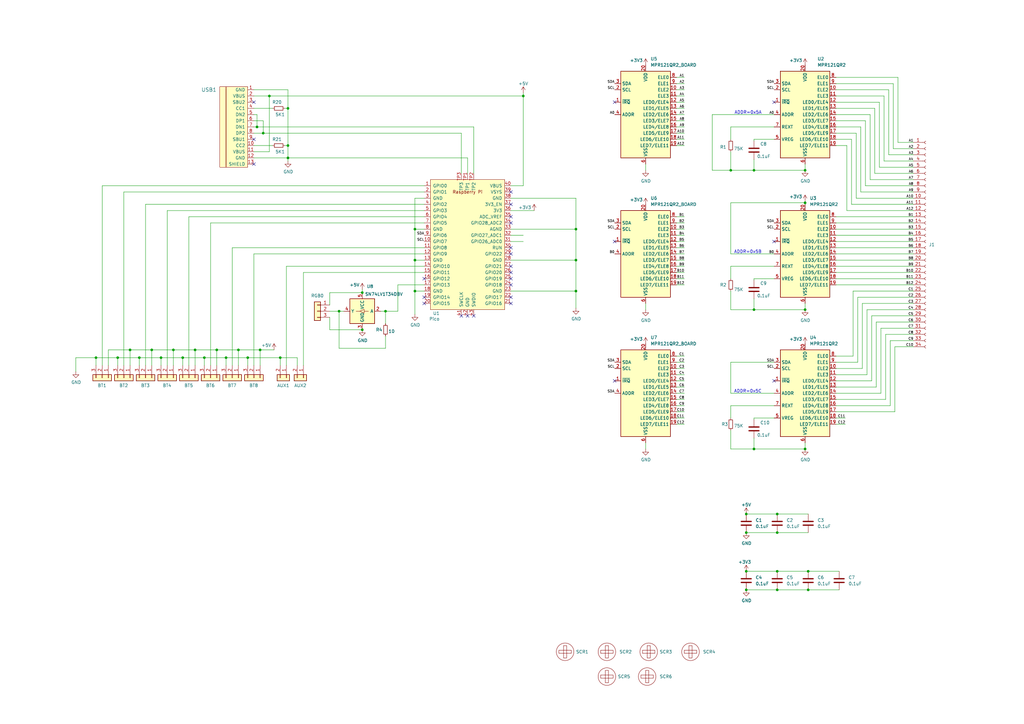
<source format=kicad_sch>
(kicad_sch (version 20211123) (generator eeschema)
  (paper "A3")
  (junction (at 330.2 184.15))
  (junction (at 107.95 54.61))
  (junction (at 214.63 39.37))
  (junction (at 309.245 184.15))
  (junction (at 88.9 143.51))
  (junction (at 306.07 234.315))
  (junction (at 80.01 143.51))
  (junction (at 299.72 69.85))
  (junction (at 309.245 69.85))
  (junction (at 331.47 234.315))
  (junction (at 62.23 143.51))
  (junction (at 306.07 241.935))
  (junction (at 66.04 146.685))
  (junction (at 92.71 146.685))
  (junction (at 318.77 218.44))
  (junction (at 306.07 210.82))
  (junction (at 53.34 143.51))
  (junction (at 331.47 241.935))
  (junction (at 48.26 146.685))
  (junction (at 39.37 146.685))
  (junction (at 74.93 146.685))
  (junction (at 170.18 119.38))
  (junction (at 110.49 39.37))
  (junction (at 306.07 218.44))
  (junction (at 330.2 69.85))
  (junction (at 118.11 64.77))
  (junction (at 139.065 127.635))
  (junction (at 318.77 234.315))
  (junction (at 158.115 127.635))
  (junction (at 97.79 143.51))
  (junction (at 148.59 120.015))
  (junction (at 318.77 210.82))
  (junction (at 309.245 127))
  (junction (at 106.68 143.51))
  (junction (at 118.11 59.69))
  (junction (at 170.18 106.68))
  (junction (at 118.11 44.45))
  (junction (at 330.2 83.185))
  (junction (at 71.12 143.51))
  (junction (at 318.77 241.935))
  (junction (at 57.15 146.685))
  (junction (at 170.18 93.98))
  (junction (at 330.2 127))
  (junction (at 148.59 135.255))
  (junction (at 83.82 146.685))
  (junction (at 236.22 106.68))
  (junction (at 236.22 93.98))
  (junction (at 105.41 52.07))
  (junction (at 101.6 146.685))
  (junction (at 114.935 146.685))
  (junction (at 236.22 119.38))
  (no_connect (at 191.77 129.54))
  (no_connect (at 317.5 41.91))
  (no_connect (at 252.095 156.21))
  (no_connect (at 104.14 67.31))
  (no_connect (at 104.14 41.91))
  (no_connect (at 104.14 57.15))
  (no_connect (at 209.55 101.6))
  (no_connect (at 209.55 104.14))
  (no_connect (at 209.55 109.22))
  (no_connect (at 209.55 111.76))
  (no_connect (at 209.55 114.3))
  (no_connect (at 209.55 78.74))
  (no_connect (at 209.55 83.82))
  (no_connect (at 209.55 88.9))
  (no_connect (at 173.99 121.92))
  (no_connect (at 189.23 129.54))
  (no_connect (at 209.55 91.44))
  (no_connect (at 173.99 124.46))
  (no_connect (at 209.55 116.84))
  (no_connect (at 252.095 41.91))
  (no_connect (at 317.5 156.21))
  (no_connect (at 173.99 114.3))
  (no_connect (at 252.095 99.06))
  (no_connect (at 194.31 129.54))
  (no_connect (at 209.55 121.92))
  (no_connect (at 317.5 99.06))
  (no_connect (at 209.55 124.46))
  (wire (pts (xy 83.82 146.685) (xy 74.93 146.685)))
  (wire (pts (xy 264.795 127) (xy 264.795 124.46)))
  (wire (pts (xy 374.65 124.46) (xy 353.695 124.46)))
  (wire (pts (xy 280.67 96.52) (xy 277.495 96.52)))
  (wire (pts (xy 330.2 69.85) (xy 330.2 67.31)))
  (wire (pts (xy 118.11 36.83) (xy 118.11 44.45)))
  (wire (pts (xy 364.49 36.83) (xy 364.49 63.5)))
  (wire (pts (xy 317.5 52.07) (xy 299.72 52.07)))
  (wire (pts (xy 209.55 86.36) (xy 219.075 86.36)))
  (wire (pts (xy 170.18 81.28) (xy 170.18 93.98)))
  (wire (pts (xy 317.5 161.29) (xy 299.72 161.29)))
  (wire (pts (xy 173.99 116.84) (xy 163.195 116.84)))
  (wire (pts (xy 309.245 184.15) (xy 330.2 184.15)))
  (wire (pts (xy 117.475 109.22) (xy 173.99 109.22)))
  (wire (pts (xy 44.45 149.86) (xy 44.45 143.51)))
  (wire (pts (xy 342.9 44.45) (xy 358.775 44.45)))
  (wire (pts (xy 309.245 122.555) (xy 309.245 127)))
  (wire (pts (xy 299.72 148.59) (xy 317.5 148.59)))
  (wire (pts (xy 351.155 81.28) (xy 374.65 81.28)))
  (wire (pts (xy 280.67 163.83) (xy 277.495 163.83)))
  (wire (pts (xy 39.37 146.685) (xy 39.37 149.86)))
  (wire (pts (xy 139.065 142.875) (xy 139.065 127.635)))
  (wire (pts (xy 374.65 137.16) (xy 363.22 137.16)))
  (wire (pts (xy 209.55 119.38) (xy 236.22 119.38)))
  (wire (pts (xy 374.65 142.24) (xy 367.03 142.24)))
  (wire (pts (xy 280.67 116.84) (xy 277.495 116.84)))
  (wire (pts (xy 62.23 143.51) (xy 71.12 143.51)))
  (wire (pts (xy 299.72 69.85) (xy 309.245 69.85)))
  (wire (pts (xy 342.9 34.29) (xy 366.395 34.29)))
  (wire (pts (xy 342.9 49.53) (xy 354.965 49.53)))
  (wire (pts (xy 280.67 36.83) (xy 277.495 36.83)))
  (wire (pts (xy 86.36 91.44) (xy 173.99 91.44)))
  (wire (pts (xy 342.9 114.3) (xy 374.65 114.3)))
  (wire (pts (xy 351.79 121.92) (xy 351.79 148.59)))
  (wire (pts (xy 104.14 52.07) (xy 105.41 52.07)))
  (wire (pts (xy 280.67 46.99) (xy 277.495 46.99)))
  (wire (pts (xy 342.9 39.37) (xy 362.585 39.37)))
  (wire (pts (xy 374.65 119.38) (xy 349.885 119.38)))
  (wire (pts (xy 309.245 114.3) (xy 309.245 114.935)))
  (wire (pts (xy 110.49 62.23) (xy 110.49 39.37)))
  (wire (pts (xy 114.935 146.685) (xy 121.92 146.685)))
  (wire (pts (xy 299.72 109.22) (xy 299.72 114.3)))
  (wire (pts (xy 236.22 81.28) (xy 236.22 93.98)))
  (wire (pts (xy 342.9 91.44) (xy 374.65 91.44)))
  (wire (pts (xy 264.795 184.15) (xy 264.795 181.61)))
  (wire (pts (xy 280.67 44.45) (xy 277.495 44.45)))
  (wire (pts (xy 135.255 135.255) (xy 148.59 135.255)))
  (wire (pts (xy 361.315 134.62) (xy 361.315 161.29)))
  (wire (pts (xy 342.9 96.52) (xy 374.65 96.52)))
  (wire (pts (xy 342.9 57.15) (xy 349.25 57.15)))
  (wire (pts (xy 280.67 31.75) (xy 277.495 31.75)))
  (wire (pts (xy 353.695 124.46) (xy 353.695 151.13)))
  (wire (pts (xy 317.5 46.99) (xy 292.1 46.99)))
  (wire (pts (xy 71.12 143.51) (xy 71.12 149.86)))
  (wire (pts (xy 349.885 146.05) (xy 342.9 146.05)))
  (wire (pts (xy 342.9 46.99) (xy 356.87 46.99)))
  (wire (pts (xy 342.9 99.06) (xy 374.65 99.06)))
  (wire (pts (xy 309.245 65.405) (xy 309.245 69.85)))
  (wire (pts (xy 135.255 125.095) (xy 135.255 120.015)))
  (wire (pts (xy 139.065 127.635) (xy 140.97 127.635)))
  (wire (pts (xy 363.22 163.83) (xy 342.9 163.83)))
  (wire (pts (xy 366.395 60.96) (xy 374.65 60.96)))
  (wire (pts (xy 342.9 31.75) (xy 368.3 31.75)))
  (wire (pts (xy 342.9 104.14) (xy 374.65 104.14)))
  (wire (pts (xy 264.795 69.85) (xy 264.795 67.31)))
  (wire (pts (xy 330.2 184.15) (xy 330.2 181.61)))
  (wire (pts (xy 57.15 146.685) (xy 57.15 149.86)))
  (wire (pts (xy 189.23 54.61) (xy 107.95 54.61)))
  (wire (pts (xy 68.58 149.86) (xy 68.58 86.36)))
  (wire (pts (xy 280.67 158.75) (xy 277.495 158.75)))
  (wire (pts (xy 163.195 116.84) (xy 163.195 127.635)))
  (wire (pts (xy 342.9 36.83) (xy 364.49 36.83)))
  (wire (pts (xy 342.9 52.07) (xy 353.06 52.07)))
  (wire (pts (xy 357.505 156.21) (xy 342.9 156.21)))
  (wire (pts (xy 309.245 127) (xy 330.2 127)))
  (wire (pts (xy 365.125 139.7) (xy 365.125 166.37)))
  (wire (pts (xy 280.67 151.13) (xy 277.495 151.13)))
  (wire (pts (xy 280.67 173.99) (xy 277.495 173.99)))
  (wire (pts (xy 124.46 111.76) (xy 124.46 149.86)))
  (wire (pts (xy 361.315 161.29) (xy 342.9 161.29)))
  (wire (pts (xy 66.04 146.685) (xy 66.04 149.86)))
  (wire (pts (xy 317.5 109.22) (xy 299.72 109.22)))
  (wire (pts (xy 209.55 99.06) (xy 214.63 99.06)))
  (wire (pts (xy 367.03 168.91) (xy 342.9 168.91)))
  (wire (pts (xy 299.72 176.53) (xy 299.72 184.15)))
  (wire (pts (xy 170.18 93.98) (xy 170.18 106.68)))
  (wire (pts (xy 318.77 234.315) (xy 331.47 234.315)))
  (wire (pts (xy 236.22 119.38) (xy 236.22 126.365)))
  (wire (pts (xy 50.8 78.74) (xy 173.99 78.74)))
  (wire (pts (xy 346.71 171.45) (xy 342.9 171.45)))
  (wire (pts (xy 349.885 119.38) (xy 349.885 146.05)))
  (wire (pts (xy 280.67 39.37) (xy 277.495 39.37)))
  (wire (pts (xy 349.25 57.15) (xy 349.25 83.82)))
  (wire (pts (xy 135.255 130.175) (xy 135.255 135.255)))
  (wire (pts (xy 95.25 149.86) (xy 95.25 101.6)))
  (wire (pts (xy 209.55 96.52) (xy 214.63 96.52)))
  (wire (pts (xy 353.06 52.07) (xy 353.06 78.74)))
  (wire (pts (xy 353.06 78.74) (xy 374.65 78.74)))
  (wire (pts (xy 374.65 139.7) (xy 365.125 139.7)))
  (wire (pts (xy 355.6 153.67) (xy 342.9 153.67)))
  (wire (pts (xy 374.65 134.62) (xy 361.315 134.62)))
  (wire (pts (xy 356.87 46.99) (xy 356.87 73.66)))
  (wire (pts (xy 318.77 210.82) (xy 331.47 210.82)))
  (wire (pts (xy 59.69 149.86) (xy 59.69 83.82)))
  (wire (pts (xy 342.9 54.61) (xy 351.155 54.61)))
  (wire (pts (xy 135.255 120.015) (xy 148.59 120.015)))
  (wire (pts (xy 114.935 146.685) (xy 114.935 149.86)))
  (wire (pts (xy 299.72 52.07) (xy 299.72 57.15)))
  (wire (pts (xy 280.67 168.91) (xy 277.495 168.91)))
  (wire (pts (xy 374.65 127) (xy 355.6 127)))
  (wire (pts (xy 105.41 46.99) (xy 105.41 52.07)))
  (wire (pts (xy 280.67 54.61) (xy 277.495 54.61)))
  (wire (pts (xy 62.23 143.51) (xy 62.23 149.86)))
  (wire (pts (xy 74.93 146.685) (xy 74.93 149.86)))
  (wire (pts (xy 53.34 143.51) (xy 53.34 149.86)))
  (wire (pts (xy 83.82 146.685) (xy 83.82 149.86)))
  (wire (pts (xy 194.31 52.07) (xy 105.41 52.07)))
  (wire (pts (xy 163.195 127.635) (xy 158.115 127.635)))
  (wire (pts (xy 280.67 52.07) (xy 277.495 52.07)))
  (wire (pts (xy 359.41 132.08) (xy 359.41 158.75)))
  (wire (pts (xy 135.255 127.635) (xy 139.065 127.635)))
  (wire (pts (xy 280.67 88.9) (xy 277.495 88.9)))
  (wire (pts (xy 280.67 161.29) (xy 277.495 161.29)))
  (wire (pts (xy 280.67 91.44) (xy 277.495 91.44)))
  (wire (pts (xy 77.47 149.86) (xy 77.47 88.9)))
  (wire (pts (xy 357.505 129.54) (xy 357.505 156.21)))
  (wire (pts (xy 331.47 241.935) (xy 344.17 241.935)))
  (wire (pts (xy 280.67 114.3) (xy 277.495 114.3)))
  (wire (pts (xy 299.72 104.14) (xy 299.72 83.185)))
  (wire (pts (xy 317.5 57.15) (xy 309.245 57.15)))
  (wire (pts (xy 299.72 166.37) (xy 299.72 171.45)))
  (wire (pts (xy 104.14 64.77) (xy 118.11 64.77)))
  (wire (pts (xy 107.95 49.53) (xy 107.95 54.61)))
  (wire (pts (xy 50.8 149.86) (xy 50.8 78.74)))
  (wire (pts (xy 363.22 137.16) (xy 363.22 163.83)))
  (wire (pts (xy 354.965 49.53) (xy 354.965 76.2)))
  (wire (pts (xy 280.67 171.45) (xy 277.495 171.45)))
  (wire (pts (xy 53.34 143.51) (xy 62.23 143.51)))
  (wire (pts (xy 351.155 54.61) (xy 351.155 81.28)))
  (wire (pts (xy 299.72 184.15) (xy 309.245 184.15)))
  (wire (pts (xy 80.01 143.51) (xy 88.9 143.51)))
  (wire (pts (xy 121.92 146.685) (xy 121.92 149.86)))
  (wire (pts (xy 194.31 71.12) (xy 194.31 52.07)))
  (wire (pts (xy 106.68 143.51) (xy 112.395 143.51)))
  (wire (pts (xy 158.115 127.635) (xy 158.115 132.715)))
  (wire (pts (xy 92.71 146.685) (xy 92.71 149.86)))
  (wire (pts (xy 342.9 59.69) (xy 347.345 59.69)))
  (wire (pts (xy 342.9 106.68) (xy 374.65 106.68)))
  (wire (pts (xy 101.6 146.685) (xy 92.71 146.685)))
  (wire (pts (xy 191.77 71.12) (xy 191.77 64.77)))
  (wire (pts (xy 299.72 161.29) (xy 299.72 148.59)))
  (wire (pts (xy 77.47 88.9) (xy 173.99 88.9)))
  (wire (pts (xy 158.115 142.875) (xy 139.065 142.875)))
  (wire (pts (xy 101.6 149.86) (xy 101.6 146.685)))
  (wire (pts (xy 59.69 83.82) (xy 173.99 83.82)))
  (wire (pts (xy 48.26 146.685) (xy 48.26 149.86)))
  (wire (pts (xy 362.585 39.37) (xy 362.585 66.04)))
  (wire (pts (xy 106.68 143.51) (xy 106.68 149.86)))
  (wire (pts (xy 306.07 218.44) (xy 318.77 218.44)))
  (wire (pts (xy 280.67 99.06) (xy 277.495 99.06)))
  (wire (pts (xy 299.72 127) (xy 309.245 127)))
  (wire (pts (xy 347.345 59.69) (xy 347.345 86.36)))
  (wire (pts (xy 359.41 158.75) (xy 342.9 158.75)))
  (wire (pts (xy 299.72 62.23) (xy 299.72 69.85)))
  (wire (pts (xy 309.245 69.85) (xy 330.2 69.85)))
  (wire (pts (xy 104.14 62.23) (xy 110.49 62.23)))
  (wire (pts (xy 104.14 104.14) (xy 173.99 104.14)))
  (wire (pts (xy 92.71 146.685) (xy 83.82 146.685)))
  (wire (pts (xy 110.49 39.37) (xy 214.63 39.37)))
  (wire (pts (xy 173.99 111.76) (xy 124.46 111.76)))
  (wire (pts (xy 342.9 93.98) (xy 374.65 93.98)))
  (wire (pts (xy 330.2 82.55) (xy 330.2 83.185)))
  (wire (pts (xy 104.14 54.61) (xy 107.95 54.61)))
  (wire (pts (xy 330.2 83.185) (xy 330.2 83.82)))
  (wire (pts (xy 317.5 166.37) (xy 299.72 166.37)))
  (wire (pts (xy 280.67 104.14) (xy 277.495 104.14)))
  (wire (pts (xy 299.72 119.38) (xy 299.72 127)))
  (wire (pts (xy 68.58 86.36) (xy 173.99 86.36)))
  (wire (pts (xy 356.87 73.66) (xy 374.65 73.66)))
  (wire (pts (xy 104.14 59.69) (xy 111.76 59.69)))
  (wire (pts (xy 309.245 171.45) (xy 309.245 172.085)))
  (wire (pts (xy 342.9 88.9) (xy 374.65 88.9)))
  (wire (pts (xy 346.71 173.99) (xy 342.9 173.99)))
  (wire (pts (xy 189.23 71.12) (xy 189.23 54.61)))
  (wire (pts (xy 170.18 106.68) (xy 170.18 119.38)))
  (wire (pts (xy 280.67 57.15) (xy 277.495 57.15)))
  (wire (pts (xy 318.77 218.44) (xy 331.47 218.44)))
  (wire (pts (xy 280.67 101.6) (xy 277.495 101.6)))
  (wire (pts (xy 104.14 44.45) (xy 111.76 44.45)))
  (wire (pts (xy 342.9 101.6) (xy 374.65 101.6)))
  (wire (pts (xy 292.1 46.99) (xy 292.1 69.85)))
  (wire (pts (xy 342.9 41.91) (xy 360.68 41.91)))
  (wire (pts (xy 74.93 146.685) (xy 66.04 146.685)))
  (wire (pts (xy 364.49 63.5) (xy 374.65 63.5)))
  (wire (pts (xy 118.11 59.69) (xy 116.84 59.69)))
  (wire (pts (xy 191.77 64.77) (xy 118.11 64.77)))
  (wire (pts (xy 362.585 66.04) (xy 374.65 66.04)))
  (wire (pts (xy 374.65 121.92) (xy 351.79 121.92)))
  (wire (pts (xy 31.115 146.685) (xy 39.37 146.685)))
  (wire (pts (xy 349.25 83.82) (xy 374.65 83.82)))
  (wire (pts (xy 358.775 71.12) (xy 374.65 71.12)))
  (wire (pts (xy 104.14 36.83) (xy 118.11 36.83)))
  (wire (pts (xy 309.245 179.705) (xy 309.245 184.15)))
  (wire (pts (xy 104.14 39.37) (xy 110.49 39.37)))
  (wire (pts (xy 331.47 234.315) (xy 344.17 234.315)))
  (wire (pts (xy 44.45 143.51) (xy 53.34 143.51)))
  (wire (pts (xy 317.5 104.14) (xy 299.72 104.14)))
  (wire (pts (xy 366.395 34.29) (xy 366.395 60.96)))
  (wire (pts (xy 360.68 41.91) (xy 360.68 68.58)))
  (wire (pts (xy 173.99 81.28) (xy 170.18 81.28)))
  (wire (pts (xy 170.18 119.38) (xy 173.99 119.38)))
  (wire (pts (xy 358.775 44.45) (xy 358.775 71.12)))
  (wire (pts (xy 236.22 106.68) (xy 236.22 119.38)))
  (wire (pts (xy 354.965 76.2) (xy 374.65 76.2)))
  (wire (pts (xy 280.67 156.21) (xy 277.495 156.21)))
  (wire (pts (xy 158.115 137.795) (xy 158.115 142.875)))
  (wire (pts (xy 360.68 68.58) (xy 374.65 68.58)))
  (wire (pts (xy 353.695 151.13) (xy 342.9 151.13)))
  (wire (pts (xy 280.67 146.05) (xy 277.495 146.05)))
  (wire (pts (xy 330.2 127) (xy 330.2 124.46)))
  (wire (pts (xy 104.14 149.86) (xy 104.14 104.14)))
  (wire (pts (xy 71.12 143.51) (xy 80.01 143.51)))
  (wire (pts (xy 209.55 81.28) (xy 236.22 81.28)))
  (wire (pts (xy 66.04 146.685) (xy 57.15 146.685)))
  (wire (pts (xy 31.115 152.4) (xy 31.115 146.685)))
  (wire (pts (xy 209.55 106.68) (xy 236.22 106.68)))
  (wire (pts (xy 97.79 143.51) (xy 97.79 149.86)))
  (wire (pts (xy 117.475 149.86) (xy 117.475 109.22)))
  (wire (pts (xy 342.9 109.22) (xy 374.65 109.22)))
  (wire (pts (xy 280.67 93.98) (xy 277.495 93.98)))
  (wire (pts (xy 57.15 146.685) (xy 48.26 146.685)))
  (wire (pts (xy 101.6 146.685) (xy 114.935 146.685)))
  (wire (pts (xy 148.59 118.745) (xy 148.59 120.015)))
  (wire (pts (xy 351.79 148.59) (xy 342.9 148.59)))
  (wire (pts (xy 118.11 44.45) (xy 118.11 59.69)))
  (wire (pts (xy 88.9 143.51) (xy 97.79 143.51)))
  (wire (pts (xy 374.65 132.08) (xy 359.41 132.08)))
  (wire (pts (xy 236.22 93.98) (xy 236.22 106.68)))
  (wire (pts (xy 118.11 64.77) (xy 118.11 66.04)))
  (wire (pts (xy 318.77 241.935) (xy 331.47 241.935)))
  (wire (pts (xy 306.07 241.935) (xy 318.77 241.935)))
  (wire (pts (xy 48.26 146.685) (xy 39.37 146.685)))
  (wire (pts (xy 317.5 114.3) (xy 309.245 114.3)))
  (wire (pts (xy 280.67 34.29) (xy 277.495 34.29)))
  (wire (pts (xy 280.67 41.91) (xy 277.495 41.91)))
  (wire (pts (xy 280.67 106.68) (xy 277.495 106.68)))
  (wire (pts (xy 209.55 93.98) (xy 236.22 93.98)))
  (wire (pts (xy 365.125 166.37) (xy 342.9 166.37)))
  (wire (pts (xy 280.67 111.76) (xy 277.495 111.76)))
  (wire (pts (xy 280.67 166.37) (xy 277.495 166.37)))
  (wire (pts (xy 367.03 142.24) (xy 367.03 168.91)))
  (wire (pts (xy 80.01 143.51) (xy 80.01 149.86)))
  (wire (pts (xy 97.79 143.51) (xy 106.68 143.51)))
  (wire (pts (xy 214.63 39.37) (xy 214.63 38.1)))
  (wire (pts (xy 317.5 171.45) (xy 309.245 171.45)))
  (wire (pts (xy 88.9 143.51) (xy 88.9 149.86)))
  (wire (pts (xy 368.3 31.75) (xy 368.3 58.42)))
  (wire (pts (xy 299.72 83.185) (xy 330.2 83.185)))
  (wire (pts (xy 104.14 49.53) (xy 107.95 49.53)))
  (wire (pts (xy 118.11 59.69) (xy 118.11 64.77)))
  (wire (pts (xy 368.3 58.42) (xy 374.65 58.42)))
  (wire (pts (xy 95.25 101.6) (xy 173.99 101.6)))
  (wire (pts (xy 306.07 210.82) (xy 318.77 210.82)))
  (wire (pts (xy 104.14 46.99) (xy 105.41 46.99)))
  (wire (pts (xy 170.18 93.98) (xy 173.99 93.98)))
  (wire (pts (xy 309.245 57.15) (xy 309.245 57.785)))
  (wire (pts (xy 118.11 44.45) (xy 116.84 44.45)))
  (wire (pts (xy 209.55 76.2) (xy 214.63 76.2)))
  (wire (pts (xy 158.115 127.635) (xy 156.21 127.635)))
  (wire (pts (xy 86.36 149.86) (xy 86.36 91.44)))
  (wire (pts (xy 342.9 111.76) (xy 374.65 111.76)))
  (wire (pts (xy 347.345 86.36) (xy 374.65 86.36)))
  (wire (pts (xy 41.91 76.2) (xy 173.99 76.2)))
  (wire (pts (xy 280.67 49.53) (xy 277.495 49.53)))
  (wire (pts (xy 214.63 39.37) (xy 214.63 76.2)))
  (wire (pts (xy 170.18 119.38) (xy 170.18 128.905)))
  (wire (pts (xy 170.18 106.68) (xy 173.99 106.68)))
  (wire (pts (xy 306.07 234.315) (xy 318.77 234.315)))
  (wire (pts (xy 41.91 149.86) (xy 41.91 76.2)))
  (wire (pts (xy 355.6 127) (xy 355.6 153.67)))
  (wire (pts (xy 280.67 153.67) (xy 277.495 153.67)))
  (wire (pts (xy 342.9 116.84) (xy 374.65 116.84)))
  (wire (pts (xy 280.67 148.59) (xy 277.495 148.59)))
  (wire (pts (xy 292.1 69.85) (xy 299.72 69.85)))
  (wire (pts (xy 280.67 109.22) (xy 277.495 109.22)))
  (wire (pts (xy 280.67 59.69) (xy 277.495 59.69)))
  (wire (pts (xy 374.65 129.54) (xy 357.505 129.54)))
  (text "ADDR=0x5B" (at 312.42 104.14 180) (effects (font (size 1.27 1.27)) (justify right bottom)))
  (text "ADDR=0x5C" (at 312.42 161.29 180) (effects (font (size 1.27 1.27)) (justify right bottom)))
  (text "ADDR=0x5A" (at 312.42 46.99 180) (effects (font (size 1.27 1.27)) (justify right bottom)))
  (label "C10" (at 374.65 142.24 180) (effects (font (size 1 1))))
  (label "A12" (at 280.67 59.69 180) (effects (font (size 1 1))))
  (label "C7" (at 280.67 161.29 180) (effects (font (size 1 1))))
  (label "A8" (at 280.67 49.53 180) (effects (font (size 1 1))))
  (label "B5" (at 374.65 99.06 180) (effects (font (size 1 1))))
  (label "B1" (at 374.65 88.9 180) (effects (font (size 1 1))))
  (label "A1" (at 280.67 31.75 180) (effects (font (size 1 1))))
  (label "B11" (at 374.65 114.3 180) (effects (font (size 1 1))))
  (label "A10" (at 280.67 54.61 180) (effects (font (size 1 1))))
  (label "SCL" (at 317.5 36.83 180) (effects (font (size 1 1))))
  (label "A11" (at 280.67 57.15 180) (effects (font (size 1 1))))
  (label "C4" (at 280.67 153.67 180) (effects (font (size 1 1))))
  (label "C7" (at 374.65 134.62 180) (effects (font (size 1 1))))
  (label "SCL" (at 252.095 151.13 180) (effects (font (size 1 1))))
  (label "B2" (at 374.65 91.44 180) (effects (font (size 1 1))))
  (label "B11" (at 280.67 114.3 180) (effects (font (size 1 1))))
  (label "SCL" (at 317.5 151.13 180) (effects (font (size 1 1))))
  (label "A12" (at 374.65 86.36 180) (effects (font (size 1 1))))
  (label "B10" (at 374.65 111.76 180) (effects (font (size 1 1))))
  (label "B5" (at 280.67 99.06 180) (effects (font (size 1 1))))
  (label "B6" (at 374.65 101.6 180) (effects (font (size 1 1))))
  (label "SDA" (at 317.5 91.44 180) (effects (font (size 1 1))))
  (label "C8" (at 374.65 137.16 180) (effects (font (size 1 1))))
  (label "C2" (at 280.67 148.59 180) (effects (font (size 1 1))))
  (label "C6" (at 374.65 132.08 180) (effects (font (size 1 1))))
  (label "C3" (at 374.65 124.46 180) (effects (font (size 1 1))))
  (label "A2" (at 374.65 60.96 180) (effects (font (size 1 1))))
  (label "A4" (at 374.65 66.04 180) (effects (font (size 1 1))))
  (label "SDA" (at 252.095 161.29 180) (effects (font (size 1 1))))
  (label "C9" (at 280.67 166.37 180) (effects (font (size 1 1))))
  (label "A9" (at 280.67 52.07 180) (effects (font (size 1 1))))
  (label "B8" (at 374.65 106.68 180) (effects (font (size 1 1))))
  (label "B9" (at 374.65 109.22 180) (effects (font (size 1 1))))
  (label "SDA" (at 173.99 96.52 180) (effects (font (size 1 1))))
  (label "C5" (at 280.67 156.21 180) (effects (font (size 1 1))))
  (label "C9" (at 374.65 139.7 180) (effects (font (size 1 1))))
  (label "B0" (at 317.5 104.14 180) (effects (font (size 1 1))))
  (label "C8" (at 280.67 163.83 180) (effects (font (size 1 1))))
  (label "A1" (at 374.65 58.42 180) (effects (font (size 1 1))))
  (label "SCL" (at 252.095 36.83 180) (effects (font (size 1 1))))
  (label "C12" (at 280.67 173.99 180) (effects (font (size 1 1))))
  (label "B4" (at 280.67 96.52 180) (effects (font (size 1 1))))
  (label "B8" (at 280.67 106.68 180) (effects (font (size 1 1))))
  (label "A3" (at 280.67 36.83 180) (effects (font (size 1 1))))
  (label "SDA" (at 252.095 148.59 180) (effects (font (size 1 1))))
  (label "A0" (at 317.5 46.99 180) (effects (font (size 1 1))))
  (label "C10" (at 280.67 168.91 180) (effects (font (size 1 1))))
  (label "C2" (at 374.65 121.92 180) (effects (font (size 1 1))))
  (label "SDA" (at 252.095 91.44 180) (effects (font (size 1 1))))
  (label "C5" (at 374.65 129.54 180) (effects (font (size 1 1))))
  (label "A0" (at 252.095 46.99 180) (effects (font (size 1 1))))
  (label "C1" (at 280.67 146.05 180) (effects (font (size 1 1))))
  (label "A6" (at 374.65 71.12 180) (effects (font (size 1 1))))
  (label "SCL" (at 317.5 93.98 180) (effects (font (size 1 1))))
  (label "SCL" (at 173.99 99.06 180) (effects (font (size 1 1))))
  (label "C6" (at 280.67 158.75 180) (effects (font (size 1 1))))
  (label "A3" (at 374.65 63.5 180) (effects (font (size 1 1))))
  (label "B3" (at 280.67 93.98 180) (effects (font (size 1 1))))
  (label "B1" (at 280.67 88.9 180) (effects (font (size 1 1))))
  (label "SDA" (at 317.5 34.29 180) (effects (font (size 1 1))))
  (label "A8" (at 374.65 76.2 180) (effects (font (size 1 1))))
  (label "B6" (at 280.67 101.6 180) (effects (font (size 1 1))))
  (label "C12" (at 346.71 173.99 180) (effects (font (size 1 1))))
  (label "B4" (at 374.65 96.52 180) (effects (font (size 1 1))))
  (label "C4" (at 374.65 127 180) (effects (font (size 1 1))))
  (label "A11" (at 374.65 83.82 180) (effects (font (size 1 1))))
  (label "B3" (at 374.65 93.98 180) (effects (font (size 1 1))))
  (label "B12" (at 374.65 116.84 180) (effects (font (size 1 1))))
  (label "SCL" (at 252.095 93.98 180) (effects (font (size 1 1))))
  (label "A2" (at 280.67 34.29 180) (effects (font (size 1 1))))
  (label "B0" (at 252.095 104.14 180) (effects (font (size 1 1))))
  (label "B2" (at 280.67 91.44 180) (effects (font (size 1 1))))
  (label "A5" (at 374.65 68.58 180) (effects (font (size 1 1))))
  (label "A6" (at 280.67 44.45 180) (effects (font (size 1 1))))
  (label "SDA" (at 252.095 34.29 180) (effects (font (size 1 1))))
  (label "C11" (at 280.67 171.45 180) (effects (font (size 1 1))))
  (label "C3" (at 280.67 151.13 180) (effects (font (size 1 1))))
  (label "A7" (at 374.65 73.66 180) (effects (font (size 1 1))))
  (label "SDA" (at 317.5 148.59 180) (effects (font (size 1 1))))
  (label "C11" (at 346.71 171.45 180) (effects (font (size 1 1))))
  (label "A10" (at 374.65 81.28 180) (effects (font (size 1 1))))
  (label "A7" (at 280.67 46.99 180) (effects (font (size 1 1))))
  (label "B12" (at 280.67 116.84 180) (effects (font (size 1 1))))
  (label "B9" (at 280.67 109.22 180) (effects (font (size 1 1))))
  (label "A4" (at 280.67 39.37 180) (effects (font (size 1 1))))
  (label "B10" (at 280.67 111.76 180) (effects (font (size 1 1))))
  (label "A9" (at 374.65 78.74 180) (effects (font (size 1 1))))
  (label "C1" (at 374.65 119.38 180) (effects (font (size 1 1))))
  (label "B7" (at 374.65 104.14 180) (effects (font (size 1 1))))
  (label "A5" (at 280.67 41.91 180) (effects (font (size 1 1))))
  (label "B7" (at 280.67 104.14 180) (effects (font (size 1 1))))
  (symbol (lib_id "MCU_RaspberryPi_and_Boards:Pico") (at 191.77 100.33 0) (unit 1)
    (property "Reference" "U1" (at 180.34 128.4986 0) (effects (justify right)))
    (property "Value" "Pico" (at 180.34 130.81 0) (effects (justify right)))
    (property "Footprint" "mai_io:RPi_Pico_SMD_Pins" (effects hide))
  )
  (symbol (lib_id "Type-C:HRO-TYPE-C-31-M-12") (at 101.6 50.8 0) (unit 1)
    (property "Reference" "USB1" (at 82.55 36.83 0) (effects (font (size 1.524 1.524)) (justify left)))
    (property "Value" "U262-161N-4BVC11" (effects hide))
    (property "Footprint" "Type-C:HRO-TYPE-C-31-M-12-Assembly" (effects hide))
    (property "LCSC" "C319148" (effects hide))
  )
  (symbol (lib_id "power:GND") (at 118.11 66.04 0) (unit 1)
    (property "Reference" "#PWR0112" (effects hide))
    (property "Value" "GND" (at 118.237 70.4342 0))
  )
  (symbol (lib_id "power:+5V") (at 214.63 38.1 0) (unit 1)
    (property "Reference" "#PWR0114" (effects hide))
    (property "Value" "+5V" (at 214.63 34.29 0))
  )
  (symbol (lib_id "Device:R_Small") (at 114.3 59.69 90) (unit 1)
    (property "Reference" "R21" (at 115.57 57.15 90) (effects (justify left)))
    (property "Value" "5K1" (at 116.84 62.23 90) (effects (justify left)))
    (property "Footprint" "Resistor_SMD:R_0603_1608Metric" (effects hide))
    (property "LCSC" "C23186" (effects hide))
  )
  (symbol (lib_id "Device:R_Small") (at 114.3 44.45 90) (unit 1)
    (property "Reference" "R20" (at 115.57 41.91 90) (effects (justify left)))
    (property "Value" "5K1" (at 116.84 46.99 90) (effects (justify left)))
    (property "Footprint" "Resistor_SMD:R_0603_1608Metric" (effects hide))
    (property "LCSC" "C23186" (effects hide))
  )
  (symbol (lib_id "Connector_Generic:Conn_01x03") (at 59.69 154.94 270) (unit 1)
    (property "Reference" "BT3" (at 57.785 158.115 90) (effects (justify left)))
    (property "Value" "Conn_01x03" (effects hide))
    (property "Footprint" "Connector_JST:JST_EH_B3B-EH-A_1x03_P2.50mm_Vertical" (effects hide))
  )
  (symbol (lib_id "power:+3V3") (at 330.2 140.97 0) (unit 1)
    (property "Reference" "#PWR0101" (effects hide))
    (property "Value" "+3V3" (at 326.39 139.065 0))
  )
  (symbol (lib_id "iidx_teeny:ScrewHole") (at 248.92 277.495 0) (unit 1)
    (property "Reference" "SCR5" (at 253.365 277.4949 0) (effects (justify left)))
    (property "Value" "ScrewHole" (effects hide))
    (property "Footprint" "mai_io:MountingHole_3.2mm_M3" (effects hide))
  )
  (symbol (lib_id "Device:R_Small") (at 299.72 116.84 0) (unit 1)
    (property "Reference" "R2" (at 295.275 116.84 0) (effects (justify left)))
    (property "Value" "75K" (at 300.99 118.745 0) (effects (justify left)))
    (property "Footprint" "Resistor_SMD:R_0603_1608Metric" (effects hide))
    (property "LCSC" "C23186" (effects hide))
  )
  (symbol (lib_id "power:GND") (at 264.795 69.85 0) (unit 1)
    (property "Reference" "#PWR0122" (effects hide))
    (property "Value" "GND" (at 264.922 74.2442 0))
  )
  (symbol (lib_id "Device:C") (at 309.245 175.895 0) (unit 1)
    (property "Reference" "C10" (at 311.785 173.355 0) (effects (justify left)))
    (property "Value" "0.1uF" (at 310.515 178.435 0) (effects (justify left)))
    (property "Footprint" "Capacitor_SMD:C_0603_1608Metric_Pad1.08x0.95mm_HandSolder" (effects hide))
  )
  (symbol (lib_id "Device:C") (at 306.07 238.125 0) (unit 1)
    (property "Reference" "C4" (at 309.88 236.8549 0) (effects (justify left)))
    (property "Value" "0.1uF" (at 309.88 239.3949 0) (effects (justify left)))
    (property "Footprint" "Capacitor_SMD:C_0603_1608Metric_Pad1.08x0.95mm_HandSolder" (effects hide))
  )
  (symbol (lib_id "Device:C") (at 331.47 214.63 0) (unit 1)
    (property "Reference" "C3" (at 335.28 213.3599 0) (effects (justify left)))
    (property "Value" "0.1uF" (at 335.28 215.8999 0) (effects (justify left)))
    (property "Footprint" "Capacitor_SMD:C_0603_1608Metric_Pad1.08x0.95mm_HandSolder" (effects hide))
  )
  (symbol (lib_id "Device:C") (at 344.17 238.125 0) (unit 1)
    (property "Reference" "C7" (at 347.98 236.8549 0) (effects (justify left)))
    (property "Value" "0.1uF" (at 347.98 239.3949 0) (effects (justify left)))
    (property "Footprint" "Capacitor_SMD:C_0603_1608Metric_Pad1.08x0.95mm_HandSolder" (effects hide))
  )
  (symbol (lib_id "power:+3V3") (at 306.07 234.315 0) (unit 1)
    (property "Reference" "#PWR0105" (effects hide))
    (property "Value" "+3V3" (at 305.435 230.505 0))
  )
  (symbol (lib_id "power:GND") (at 306.07 241.935 0) (unit 1)
    (property "Reference" "#PWR0116" (effects hide))
    (property "Value" "GND" (at 306.197 246.3292 0))
  )
  (symbol (lib_id "Device:R_Small") (at 158.115 135.255 180) (unit 1)
    (property "Reference" "R4" (at 156.845 135.255 0) (effects (justify left)))
    (property "Value" "10" (at 161.925 135.89 0) (effects (justify left)))
    (property "Footprint" "Resistor_SMD:R_0603_1608Metric" (effects hide))
    (property "LCSC" "C23186" (effects hide))
  )
  (symbol (lib_id "power:GND") (at 330.2 127 0) (unit 1)
    (property "Reference" "#PWR0104" (effects hide))
    (property "Value" "GND" (at 330.327 131.3942 0))
  )
  (symbol (lib_id "power:GND") (at 170.18 128.905 0) (unit 1)
    (property "Reference" "#PWR0125" (effects hide))
    (property "Value" "GND" (at 170.307 133.2992 0))
  )
  (symbol (lib_id "power:GND") (at 236.22 126.365 0) (unit 1)
    (property "Reference" "#PWR0103" (effects hide))
    (property "Value" "GND" (at 236.347 130.7592 0))
  )
  (symbol (lib_id "power:+5V") (at 148.59 118.745 0) (unit 1)
    (property "Reference" "#PWR0117" (effects hide))
    (property "Value" "+5V" (at 145.415 116.84 0))
  )
  (symbol (lib_id "Connector_Generic:Conn_01x03") (at 41.91 154.94 270) (unit 1)
    (property "Reference" "BT1" (at 40.005 158.115 90) (effects (justify left)))
    (property "Value" "Conn_01x03" (effects hide))
    (property "Footprint" "Connector_JST:JST_EH_B3B-EH-A_1x03_P2.50mm_Vertical" (effects hide))
  )
  (symbol (lib_id "power:GND") (at 330.2 184.15 0) (unit 1)
    (property "Reference" "#PWR0108" (effects hide))
    (property "Value" "GND" (at 330.327 188.5442 0))
  )
  (symbol (lib_id "power:+3V3") (at 330.2 82.55 0) (unit 1)
    (property "Reference" "#PWR0110" (effects hide))
    (property "Value" "+3V3" (at 326.39 80.645 0))
  )
  (symbol (lib_id "Connector_Generic:Conn_01x03") (at 68.58 154.94 270) (unit 1)
    (property "Reference" "BT4" (at 66.675 158.115 90) (effects (justify left)))
    (property "Value" "Conn_01x03" (effects hide))
    (property "Footprint" "Connector_JST:JST_EH_B3B-EH-A_1x03_P2.50mm_Vertical" (effects hide))
  )
  (symbol (lib_id "Connector_Generic:Conn_01x03") (at 77.47 154.94 270) (unit 1)
    (property "Reference" "BT5" (at 75.565 158.115 90) (effects (justify left)))
    (property "Value" "Conn_01x03" (effects hide))
    (property "Footprint" "Connector_JST:JST_EH_B3B-EH-A_1x03_P2.50mm_Vertical" (effects hide))
  )
  (symbol (lib_id "Device:R_Small") (at 299.72 59.69 0) (unit 1)
    (property "Reference" "R1" (at 295.275 60.325 0) (effects (justify left)))
    (property "Value" "75K" (at 300.99 60.96 0) (effects (justify left)))
    (property "Footprint" "Resistor_SMD:R_0603_1608Metric" (effects hide))
    (property "LCSC" "C23186" (effects hide))
  )
  (symbol (lib_id "Sensor_Touch:MPR121QR2") (at 330.2 46.99 0) (unit 1)
    (property "Reference" "U2" (at 335.28 24.13 0) (effects (justify left)))
    (property "Value" "MPR121QR2" (at 335.28 26.67 0) (effects (justify left)))
    (property "Footprint" "Package_DFN_QFN:UQFN-20_3x3mm_P0.4mm" (effects hide))
    (property "Datasheet" "https://resurgentsemi.com/wp-content/uploads/2018/09/MPR121_rev5-Resurgent.pdf?d453f8&d453f8" (effects hide))
  )
  (symbol (lib_id "Device:C") (at 331.47 238.125 0) (unit 1)
    (property "Reference" "C6" (at 335.28 236.8549 0) (effects (justify left)))
    (property "Value" "0.1uF" (at 335.28 239.3949 0) (effects (justify left)))
    (property "Footprint" "Capacitor_SMD:C_0603_1608Metric_Pad1.08x0.95mm_HandSolder" (effects hide))
  )
  (symbol (lib_id "power:GND") (at 264.795 184.15 0) (unit 1)
    (property "Reference" "#PWR0119" (effects hide))
    (property "Value" "GND" (at 264.922 188.5442 0))
  )
  (symbol (lib_id "iidx_teeny:ScrewHole") (at 248.92 267.335 0) (unit 1)
    (property "Reference" "SCR2" (at 254 267.3349 0) (effects (justify left)))
    (property "Value" "ScrewHole" (effects hide))
    (property "Footprint" "mai_io:MountingHole_3.2mm_M3" (effects hide))
  )
  (symbol (lib_id "Device:R_Small") (at 299.72 173.99 0) (unit 1)
    (property "Reference" "R3" (at 295.91 173.99 0) (effects (justify left)))
    (property "Value" "75K" (at 300.99 174.625 0) (effects (justify left)))
    (property "Footprint" "Resistor_SMD:R_0603_1608Metric" (effects hide))
    (property "LCSC" "C23186" (effects hide))
  )
  (symbol (lib_id "power:GND") (at 148.59 135.255 0) (unit 1)
    (property "Reference" "#PWR0113" (effects hide))
    (property "Value" "GND" (at 148.717 139.6492 0))
  )
  (symbol (lib_id "Connector_Generic:Conn_01x02") (at 117.475 154.94 270) (unit 1)
    (property "Reference" "AUX1" (at 113.665 158.115 90) (effects (justify left)))
    (property "Value" "Conn_01x02" (effects hide))
    (property "Footprint" "Connector_JST:JST_EH_B2B-EH-A_1x02_P2.50mm_Vertical" (effects hide))
  )
  (symbol (lib_id "power:GND") (at 264.795 127 0) (unit 1)
    (property "Reference" "#PWR0120" (effects hide))
    (property "Value" "GND" (at 264.922 131.3942 0))
  )
  (symbol (lib_id "Device:C") (at 318.77 238.125 0) (unit 1)
    (property "Reference" "C5" (at 322.58 236.8549 0) (effects (justify left)))
    (property "Value" "0.1uF" (at 322.58 239.3949 0) (effects (justify left)))
    (property "Footprint" "Capacitor_SMD:C_0603_1608Metric_Pad1.08x0.95mm_HandSolder" (effects hide))
  )
  (symbol (lib_id "iidx_teeny:ScrewHole") (at 265.43 277.495 0) (unit 1)
    (property "Reference" "SCR6" (at 270.51 277.4949 0) (effects (justify left)))
    (property "Value" "ScrewHole" (effects hide))
    (property "Footprint" "mai_io:MountingHole_3.2mm_M3" (effects hide))
  )
  (symbol (lib_id "power:+3V3") (at 264.795 140.97 0) (unit 1)
    (property "Reference" "#PWR0121" (effects hide))
    (property "Value" "+3V3" (at 260.985 139.065 0))
  )
  (symbol (lib_id "mai_io:MPR121QR2_BOARD") (at 264.795 104.14 0) (unit 1)
    (property "Reference" "U6" (at 266.8144 81.28 0) (effects (justify left)))
    (property "Value" "MPR121QR2_BOARD" (at 266.8144 83.82 0) (effects (justify left)))
    (property "Footprint" "mai_io:MPR121_BOARD" (effects hide))
    (property "Datasheet" "https://resurgentsemi.com/wp-content/uploads/2018/09/MPR121_rev5-Resurgent.pdf?d453f8&d453f8" (effects hide))
  )
  (symbol (lib_id "mai_io:MPR121QR2_BOARD") (at 264.795 46.99 0) (unit 1)
    (property "Reference" "U5" (at 266.8144 24.13 0) (effects (justify left)))
    (property "Value" "MPR121QR2_BOARD" (at 266.8144 26.67 0) (effects (justify left)))
    (property "Footprint" "mai_io:MPR121_BOARD" (effects hide))
    (property "Datasheet" "https://resurgentsemi.com/wp-content/uploads/2018/09/MPR121_rev5-Resurgent.pdf?d453f8&d453f8" (effects hide))
  )
  (symbol (lib_id "Device:C") (at 309.245 61.595 0) (unit 1)
    (property "Reference" "C8" (at 311.785 59.055 0) (effects (justify left)))
    (property "Value" "0.1uF" (at 310.515 64.135 0) (effects (justify left)))
    (property "Footprint" "Capacitor_SMD:C_0603_1608Metric_Pad1.08x0.95mm_HandSolder" (effects hide))
  )
  (symbol (lib_id "Connector_Generic:Conn_01x03") (at 86.36 154.94 270) (unit 1)
    (property "Reference" "BT6" (at 84.455 158.115 90) (effects (justify left)))
    (property "Value" "Conn_01x03" (effects hide))
    (property "Footprint" "Connector_JST:JST_EH_B3B-EH-A_1x03_P2.50mm_Vertical" (effects hide))
  )
  (symbol (lib_id "Connector_Generic:Conn_01x03") (at 50.8 154.94 270) (unit 1)
    (property "Reference" "BT2" (at 48.895 158.115 90) (effects (justify left)))
    (property "Value" "Conn_01x03" (effects hide))
    (property "Footprint" "Connector_JST:JST_EH_B3B-EH-A_1x03_P2.50mm_Vertical" (effects hide))
  )
  (symbol (lib_id "Device:C") (at 306.07 214.63 0) (unit 1)
    (property "Reference" "C1" (at 309.88 213.3599 0) (effects (justify left)))
    (property "Value" "0.1uF" (at 309.88 215.8999 0) (effects (justify left)))
    (property "Footprint" "Capacitor_SMD:C_0603_1608Metric_Pad1.08x0.95mm_HandSolder" (effects hide))
  )
  (symbol (lib_id "power:+5V") (at 306.07 210.82 0) (unit 1)
    (property "Reference" "#PWR0107" (effects hide))
    (property "Value" "+5V" (at 306.07 207.01 0))
  )
  (symbol (lib_id "power:+5V") (at 112.395 143.51 0) (unit 1)
    (property "Reference" "#PWR0115" (effects hide))
    (property "Value" "+5V" (at 109.22 141.605 0))
  )
  (symbol (lib_id "Connector_Generic:Conn_01x02") (at 124.46 154.94 270) (unit 1)
    (property "Reference" "AUX2" (at 120.65 158.115 90) (effects (justify left)))
    (property "Value" "Conn_01x02" (effects hide))
    (property "Footprint" "Connector_JST:JST_EH_B2B-EH-A_1x02_P2.50mm_Vertical" (effects hide))
  )
  (symbol (lib_id "mai_io:MPR121QR2_BOARD") (at 264.795 161.29 0) (unit 1)
    (property "Reference" "U7" (at 266.8144 138.43 0) (effects (justify left)))
    (property "Value" "MPR121QR2_BOARD" (at 266.8144 140.97 0) (effects (justify left)))
    (property "Footprint" "mai_io:MPR121_BOARD" (effects hide))
    (property "Datasheet" "https://resurgentsemi.com/wp-content/uploads/2018/09/MPR121_rev5-Resurgent.pdf?d453f8&d453f8" (effects hide))
  )
  (symbol (lib_id "power:GND") (at 330.2 69.85 0) (unit 1)
    (property "Reference" "#PWR0102" (effects hide))
    (property "Value" "GND" (at 330.327 74.2442 0))
  )
  (symbol (lib_id "power:GND") (at 306.07 218.44 0) (unit 1)
    (property "Reference" "#PWR0106" (effects hide))
    (property "Value" "GND" (at 306.197 222.8342 0))
  )
  (symbol (lib_id "Connector_Generic:Conn_01x03") (at 104.14 154.94 270) (unit 1)
    (property "Reference" "BT8" (at 102.235 158.115 90) (effects (justify left)))
    (property "Value" "Conn_01x03" (effects hide))
    (property "Footprint" "Connector_JST:JST_EH_B3B-EH-A_1x03_P2.50mm_Vertical" (effects hide))
  )
  (symbol (lib_id "power:+3V3") (at 264.795 83.82 0) (unit 1)
    (property "Reference" "#PWR0124" (effects hide))
    (property "Value" "+3V3" (at 260.985 81.915 0))
  )
  (symbol (lib_id "iidx_teeny:ScrewHole") (at 283.21 267.335 0) (unit 1)
    (property "Reference" "SCR4" (at 288.29 267.3349 0) (effects (justify left)))
    (property "Value" "ScrewHole" (effects hide))
    (property "Footprint" "mai_io:MountingHole_3.2mm_M3" (effects hide))
  )
  (symbol (lib_id "power:GND") (at 31.115 152.4 0) (unit 1)
    (property "Reference" "#PWR0118" (effects hide))
    (property "Value" "GND" (at 31.242 156.7942 0))
  )
  (symbol (lib_id "iidx_teeny:ScrewHole") (at 231.775 267.335 0) (unit 1)
    (property "Reference" "SCR1" (at 236.22 267.3349 0) (effects (justify left)))
    (property "Value" "ScrewHole" (effects hide))
    (property "Footprint" "mai_io:MountingHole_3.2mm_M3" (effects hide))
  )
  (symbol (lib_id "Sensor_Touch:MPR121QR2") (at 330.2 104.14 0) (unit 1)
    (property "Reference" "U3" (at 332.105 81.28 0) (effects (justify left)))
    (property "Value" "MPR121QR2" (at 332.105 83.82 0) (effects (justify left)))
    (property "Footprint" "Package_DFN_QFN:UQFN-20_3x3mm_P0.4mm" (effects hide))
    (property "Datasheet" "https://resurgentsemi.com/wp-content/uploads/2018/09/MPR121_rev5-Resurgent.pdf?d453f8&d453f8" (effects hide))
  )
  (symbol (lib_id "Connector_Generic:Conn_01x03") (at 130.175 127.635 0) (mirror y) (unit 1)
    (property "Reference" "RGB0" (at 130.175 121.285 0))
    (property "Value" "Conn_01x03" (effects hide))
    (property "Footprint" "Connector_JST:JST_EH_B3B-EH-A_1x03_P2.50mm_Vertical" (effects hide))
  )
  (symbol (lib_id "iidx_teeny:ScrewHole") (at 266.065 267.335 0) (unit 1)
    (property "Reference" "SCR3" (at 270.51 267.3349 0) (effects (justify left)))
    (property "Value" "ScrewHole" (effects hide))
    (property "Footprint" "mai_io:MountingHole_3.2mm_M3" (effects hide))
  )
  (symbol (lib_id "power:+3V3") (at 264.795 26.67 0) (unit 1)
    (property "Reference" "#PWR0123" (effects hide))
    (property "Value" "+3V3" (at 260.985 24.765 0))
  )
  (symbol (lib_id "power:+3V3") (at 219.075 86.36 0) (unit 1)
    (property "Reference" "#PWR0111" (effects hide))
    (property "Value" "+3V3" (at 215.265 85.09 0))
  )
  (symbol (lib_id "Logic_LevelTranslator:SN74LV1T34DBV") (at 148.59 127.635 0) (mirror y) (unit 1)
    (property "Reference" "U8" (at 151.765 117.475 0))
    (property "Value" "SN74LV1T34DBV" (at 157.48 120.65 0))
    (property "Footprint" "mai_io:SOT-23-5_Jumper" (effects hide))
    (property "Datasheet" "https://www.ti.com/lit/ds/symlink/sn74lv1t34.pdf" (effects hide))
  )
  (symbol (lib_id "Device:C") (at 309.245 118.745 0) (unit 1)
    (property "Reference" "C9" (at 311.785 116.205 0) (effects (justify left)))
    (property "Value" "0.1uF" (at 310.515 121.285 0) (effects (justify left)))
    (property "Footprint" "Capacitor_SMD:C_0603_1608Metric_Pad1.08x0.95mm_HandSolder" (effects hide))
  )
  (symbol (lib_id "Connector_Generic:Conn_01x03") (at 95.25 154.94 270) (unit 1)
    (property "Reference" "BT7" (at 93.345 158.115 90) (effects (justify left)))
    (property "Value" "Conn_01x03" (effects hide))
    (property "Footprint" "Connector_JST:JST_EH_B3B-EH-A_1x03_P2.50mm_Vertical" (effects hide))
  )
  (symbol (lib_id "Sensor_Touch:MPR121QR2") (at 330.2 161.29 0) (unit 1)
    (property "Reference" "U4" (at 332.105 138.43 0) (effects (justify left)))
    (property "Value" "MPR121QR2" (at 332.105 140.97 0) (effects (justify left)))
    (property "Footprint" "Package_DFN_QFN:UQFN-20_3x3mm_P0.4mm" (effects hide))
    (property "Datasheet" "https://resurgentsemi.com/wp-content/uploads/2018/09/MPR121_rev5-Resurgent.pdf?d453f8&d453f8" (effects hide))
  )
  (symbol (lib_id "Connector:Conn_01x34_Female") (at 379.73 99.06 0) (unit 1)
    (property "Reference" "J1" (at 381 100.3299 0) (effects (justify left)))
    (property "Value" "Conn_01x34_Female" (effects hide))
    (property "Footprint" "mai_io:MaiTouch_Conn34" (effects hide))
  )
  (symbol (lib_id "power:+3V3") (at 330.2 26.67 0) (unit 1)
    (property "Reference" "#PWR0109" (effects hide))
    (property "Value" "+3V3" (at 326.39 24.765 0))
  )
  (symbol (lib_id "Device:C") (at 318.77 214.63 0) (unit 1)
    (property "Reference" "C2" (at 322.58 213.3599 0) (effects (justify left)))
    (property "Value" "0.1uF" (at 322.58 215.8999 0) (effects (justify left)))
    (property "Footprint" "Capacitor_SMD:C_0603_1608Metric_Pad1.08x0.95mm_HandSolder" (effects hide))
  )
)
</source>
